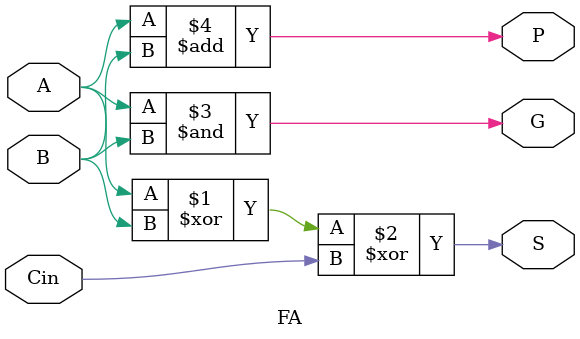
<source format=v>
module FA(S,G,P,Cin,A,B);
output S,G,P;//G=A*B, P=A+B
input A,B,Cin;

xor(S,A,B,Cin);

assign G = A & B;
assign P = A + B;

endmodule
</source>
